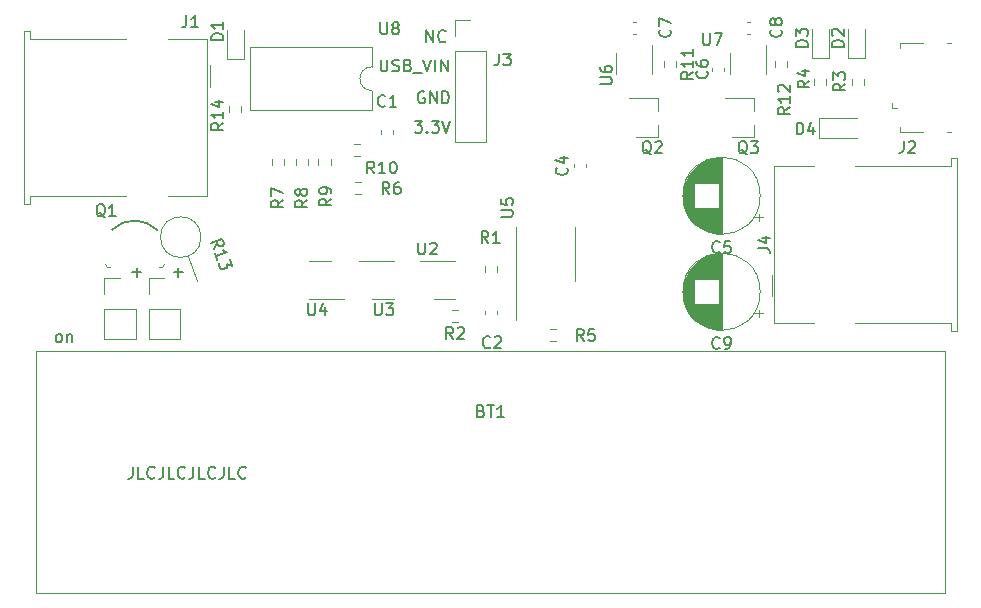
<source format=gbr>
%TF.GenerationSoftware,KiCad,Pcbnew,(5.1.9)-1*%
%TF.CreationDate,2021-05-12T15:20:05-07:00*%
%TF.ProjectId,vive_ups,76697665-5f75-4707-932e-6b696361645f,rev?*%
%TF.SameCoordinates,Original*%
%TF.FileFunction,Legend,Top*%
%TF.FilePolarity,Positive*%
%FSLAX46Y46*%
G04 Gerber Fmt 4.6, Leading zero omitted, Abs format (unit mm)*
G04 Created by KiCad (PCBNEW (5.1.9)-1) date 2021-05-12 15:20:05*
%MOMM*%
%LPD*%
G01*
G04 APERTURE LIST*
%ADD10C,0.150000*%
%ADD11C,0.120000*%
%ADD12C,0.100000*%
G04 APERTURE END LIST*
D10*
X97715485Y-96718380D02*
X97715485Y-95718380D01*
X98286914Y-96718380D01*
X98286914Y-95718380D01*
X99334533Y-96623142D02*
X99286914Y-96670761D01*
X99144057Y-96718380D01*
X99048819Y-96718380D01*
X98905961Y-96670761D01*
X98810723Y-96575523D01*
X98763104Y-96480285D01*
X98715485Y-96289809D01*
X98715485Y-96146952D01*
X98763104Y-95956476D01*
X98810723Y-95861238D01*
X98905961Y-95766000D01*
X99048819Y-95718380D01*
X99144057Y-95718380D01*
X99286914Y-95766000D01*
X99334533Y-95813619D01*
X93839066Y-98207580D02*
X93839066Y-99017104D01*
X93886685Y-99112342D01*
X93934304Y-99159961D01*
X94029542Y-99207580D01*
X94220019Y-99207580D01*
X94315257Y-99159961D01*
X94362876Y-99112342D01*
X94410495Y-99017104D01*
X94410495Y-98207580D01*
X94839066Y-99159961D02*
X94981923Y-99207580D01*
X95220019Y-99207580D01*
X95315257Y-99159961D01*
X95362876Y-99112342D01*
X95410495Y-99017104D01*
X95410495Y-98921866D01*
X95362876Y-98826628D01*
X95315257Y-98779009D01*
X95220019Y-98731390D01*
X95029542Y-98683771D01*
X94934304Y-98636152D01*
X94886685Y-98588533D01*
X94839066Y-98493295D01*
X94839066Y-98398057D01*
X94886685Y-98302819D01*
X94934304Y-98255200D01*
X95029542Y-98207580D01*
X95267638Y-98207580D01*
X95410495Y-98255200D01*
X96172400Y-98683771D02*
X96315257Y-98731390D01*
X96362876Y-98779009D01*
X96410495Y-98874247D01*
X96410495Y-99017104D01*
X96362876Y-99112342D01*
X96315257Y-99159961D01*
X96220019Y-99207580D01*
X95839066Y-99207580D01*
X95839066Y-98207580D01*
X96172400Y-98207580D01*
X96267638Y-98255200D01*
X96315257Y-98302819D01*
X96362876Y-98398057D01*
X96362876Y-98493295D01*
X96315257Y-98588533D01*
X96267638Y-98636152D01*
X96172400Y-98683771D01*
X95839066Y-98683771D01*
X96600971Y-99302819D02*
X97362876Y-99302819D01*
X97458114Y-98207580D02*
X97791447Y-99207580D01*
X98124780Y-98207580D01*
X98458114Y-99207580D02*
X98458114Y-98207580D01*
X98934304Y-99207580D02*
X98934304Y-98207580D01*
X99505733Y-99207580D01*
X99505733Y-98207580D01*
X97536095Y-100947600D02*
X97440857Y-100899980D01*
X97298000Y-100899980D01*
X97155142Y-100947600D01*
X97059904Y-101042838D01*
X97012285Y-101138076D01*
X96964666Y-101328552D01*
X96964666Y-101471409D01*
X97012285Y-101661885D01*
X97059904Y-101757123D01*
X97155142Y-101852361D01*
X97298000Y-101899980D01*
X97393238Y-101899980D01*
X97536095Y-101852361D01*
X97583714Y-101804742D01*
X97583714Y-101471409D01*
X97393238Y-101471409D01*
X98012285Y-101899980D02*
X98012285Y-100899980D01*
X98583714Y-101899980D01*
X98583714Y-100899980D01*
X99059904Y-101899980D02*
X99059904Y-100899980D01*
X99298000Y-100899980D01*
X99440857Y-100947600D01*
X99536095Y-101042838D01*
X99583714Y-101138076D01*
X99631333Y-101328552D01*
X99631333Y-101471409D01*
X99583714Y-101661885D01*
X99536095Y-101757123D01*
X99440857Y-101852361D01*
X99298000Y-101899980D01*
X99059904Y-101899980D01*
X96720209Y-103389180D02*
X97339257Y-103389180D01*
X97005923Y-103770133D01*
X97148780Y-103770133D01*
X97244019Y-103817752D01*
X97291638Y-103865371D01*
X97339257Y-103960609D01*
X97339257Y-104198704D01*
X97291638Y-104293942D01*
X97244019Y-104341561D01*
X97148780Y-104389180D01*
X96863066Y-104389180D01*
X96767828Y-104341561D01*
X96720209Y-104293942D01*
X97767828Y-104293942D02*
X97815447Y-104341561D01*
X97767828Y-104389180D01*
X97720209Y-104341561D01*
X97767828Y-104293942D01*
X97767828Y-104389180D01*
X98148780Y-103389180D02*
X98767828Y-103389180D01*
X98434495Y-103770133D01*
X98577352Y-103770133D01*
X98672590Y-103817752D01*
X98720209Y-103865371D01*
X98767828Y-103960609D01*
X98767828Y-104198704D01*
X98720209Y-104293942D01*
X98672590Y-104341561D01*
X98577352Y-104389180D01*
X98291638Y-104389180D01*
X98196400Y-104341561D01*
X98148780Y-104293942D01*
X99053542Y-103389180D02*
X99386876Y-104389180D01*
X99720209Y-103389180D01*
X72821847Y-116200228D02*
X73583752Y-116200228D01*
X73202800Y-116581180D02*
X73202800Y-115819276D01*
X76327047Y-116200228D02*
X77088952Y-116200228D01*
X76708000Y-116581180D02*
X76708000Y-115819276D01*
X66532190Y-122118380D02*
X66436952Y-122070761D01*
X66389333Y-122023142D01*
X66341714Y-121927904D01*
X66341714Y-121642190D01*
X66389333Y-121546952D01*
X66436952Y-121499333D01*
X66532190Y-121451714D01*
X66675047Y-121451714D01*
X66770285Y-121499333D01*
X66817904Y-121546952D01*
X66865523Y-121642190D01*
X66865523Y-121927904D01*
X66817904Y-122023142D01*
X66770285Y-122070761D01*
X66675047Y-122118380D01*
X66532190Y-122118380D01*
X67294095Y-121451714D02*
X67294095Y-122118380D01*
X67294095Y-121546952D02*
X67341714Y-121499333D01*
X67436952Y-121451714D01*
X67579809Y-121451714D01*
X67675047Y-121499333D01*
X67722666Y-121594571D01*
X67722666Y-122118380D01*
X72850952Y-132675380D02*
X72850952Y-133389666D01*
X72803333Y-133532523D01*
X72708095Y-133627761D01*
X72565238Y-133675380D01*
X72470000Y-133675380D01*
X73803333Y-133675380D02*
X73327142Y-133675380D01*
X73327142Y-132675380D01*
X74708095Y-133580142D02*
X74660476Y-133627761D01*
X74517619Y-133675380D01*
X74422380Y-133675380D01*
X74279523Y-133627761D01*
X74184285Y-133532523D01*
X74136666Y-133437285D01*
X74089047Y-133246809D01*
X74089047Y-133103952D01*
X74136666Y-132913476D01*
X74184285Y-132818238D01*
X74279523Y-132723000D01*
X74422380Y-132675380D01*
X74517619Y-132675380D01*
X74660476Y-132723000D01*
X74708095Y-132770619D01*
X75422380Y-132675380D02*
X75422380Y-133389666D01*
X75374761Y-133532523D01*
X75279523Y-133627761D01*
X75136666Y-133675380D01*
X75041428Y-133675380D01*
X76374761Y-133675380D02*
X75898571Y-133675380D01*
X75898571Y-132675380D01*
X77279523Y-133580142D02*
X77231904Y-133627761D01*
X77089047Y-133675380D01*
X76993809Y-133675380D01*
X76850952Y-133627761D01*
X76755714Y-133532523D01*
X76708095Y-133437285D01*
X76660476Y-133246809D01*
X76660476Y-133103952D01*
X76708095Y-132913476D01*
X76755714Y-132818238D01*
X76850952Y-132723000D01*
X76993809Y-132675380D01*
X77089047Y-132675380D01*
X77231904Y-132723000D01*
X77279523Y-132770619D01*
X77993809Y-132675380D02*
X77993809Y-133389666D01*
X77946190Y-133532523D01*
X77850952Y-133627761D01*
X77708095Y-133675380D01*
X77612857Y-133675380D01*
X78946190Y-133675380D02*
X78470000Y-133675380D01*
X78470000Y-132675380D01*
X79850952Y-133580142D02*
X79803333Y-133627761D01*
X79660476Y-133675380D01*
X79565238Y-133675380D01*
X79422380Y-133627761D01*
X79327142Y-133532523D01*
X79279523Y-133437285D01*
X79231904Y-133246809D01*
X79231904Y-133103952D01*
X79279523Y-132913476D01*
X79327142Y-132818238D01*
X79422380Y-132723000D01*
X79565238Y-132675380D01*
X79660476Y-132675380D01*
X79803333Y-132723000D01*
X79850952Y-132770619D01*
X80565238Y-132675380D02*
X80565238Y-133389666D01*
X80517619Y-133532523D01*
X80422380Y-133627761D01*
X80279523Y-133675380D01*
X80184285Y-133675380D01*
X81517619Y-133675380D02*
X81041428Y-133675380D01*
X81041428Y-132675380D01*
X82422380Y-133580142D02*
X82374761Y-133627761D01*
X82231904Y-133675380D01*
X82136666Y-133675380D01*
X81993809Y-133627761D01*
X81898571Y-133532523D01*
X81850952Y-133437285D01*
X81803333Y-133246809D01*
X81803333Y-133103952D01*
X81850952Y-132913476D01*
X81898571Y-132818238D01*
X81993809Y-132723000D01*
X82136666Y-132675380D01*
X82231904Y-132675380D01*
X82374761Y-132723000D01*
X82422380Y-132770619D01*
D11*
%TO.C,R13*%
X78631200Y-113233200D02*
G75*
G03*
X78631200Y-113233200I-1720000J0D01*
G01*
X77499475Y-114849471D02*
X78272440Y-116973177D01*
%TO.C,C1*%
X93876400Y-104489467D02*
X93876400Y-104196933D01*
X94896400Y-104489467D02*
X94896400Y-104196933D01*
%TO.C,J3*%
X100117600Y-105165200D02*
X102777600Y-105165200D01*
X100117600Y-97485200D02*
X100117600Y-105165200D01*
X102777600Y-97485200D02*
X102777600Y-105165200D01*
X100117600Y-97485200D02*
X102777600Y-97485200D01*
X100117600Y-96215200D02*
X100117600Y-94885200D01*
X100117600Y-94885200D02*
X101447600Y-94885200D01*
%TO.C,BZ2*%
X70450400Y-121878400D02*
X73110400Y-121878400D01*
X70450400Y-119278400D02*
X70450400Y-121878400D01*
X73110400Y-119278400D02*
X73110400Y-121878400D01*
X70450400Y-119278400D02*
X73110400Y-119278400D01*
X70450400Y-118008400D02*
X70450400Y-116678400D01*
X70450400Y-116678400D02*
X71780400Y-116678400D01*
%TO.C,R14*%
X82056500Y-102107276D02*
X82056500Y-102616724D01*
X81011500Y-102107276D02*
X81011500Y-102616724D01*
%TO.C,D4*%
X130992800Y-103137600D02*
X130992800Y-104837600D01*
X130992800Y-104837600D02*
X134142800Y-104837600D01*
X130992800Y-103137600D02*
X134142800Y-103137600D01*
%TO.C,D1*%
X80799000Y-95720000D02*
X80799000Y-98180000D01*
X80799000Y-98180000D02*
X82269000Y-98180000D01*
X82269000Y-98180000D02*
X82269000Y-95720000D01*
%TO.C,U5*%
X110338000Y-114681000D02*
X110338000Y-112396000D01*
X110338000Y-114681000D02*
X110338000Y-116966000D01*
X105308000Y-114681000D02*
X105308000Y-112396000D01*
X105308000Y-114681000D02*
X105308000Y-120256000D01*
%TO.C,C5*%
X125972000Y-109728000D02*
G75*
G03*
X125972000Y-109728000I-3270000J0D01*
G01*
X122702000Y-112958000D02*
X122702000Y-106498000D01*
X122662000Y-112958000D02*
X122662000Y-106498000D01*
X122622000Y-112958000D02*
X122622000Y-106498000D01*
X122582000Y-112956000D02*
X122582000Y-106500000D01*
X122542000Y-112955000D02*
X122542000Y-106501000D01*
X122502000Y-112952000D02*
X122502000Y-106504000D01*
X122462000Y-112950000D02*
X122462000Y-110768000D01*
X122462000Y-108688000D02*
X122462000Y-106506000D01*
X122422000Y-112946000D02*
X122422000Y-110768000D01*
X122422000Y-108688000D02*
X122422000Y-106510000D01*
X122382000Y-112943000D02*
X122382000Y-110768000D01*
X122382000Y-108688000D02*
X122382000Y-106513000D01*
X122342000Y-112939000D02*
X122342000Y-110768000D01*
X122342000Y-108688000D02*
X122342000Y-106517000D01*
X122302000Y-112934000D02*
X122302000Y-110768000D01*
X122302000Y-108688000D02*
X122302000Y-106522000D01*
X122262000Y-112929000D02*
X122262000Y-110768000D01*
X122262000Y-108688000D02*
X122262000Y-106527000D01*
X122222000Y-112923000D02*
X122222000Y-110768000D01*
X122222000Y-108688000D02*
X122222000Y-106533000D01*
X122182000Y-112917000D02*
X122182000Y-110768000D01*
X122182000Y-108688000D02*
X122182000Y-106539000D01*
X122142000Y-112910000D02*
X122142000Y-110768000D01*
X122142000Y-108688000D02*
X122142000Y-106546000D01*
X122102000Y-112903000D02*
X122102000Y-110768000D01*
X122102000Y-108688000D02*
X122102000Y-106553000D01*
X122062000Y-112895000D02*
X122062000Y-110768000D01*
X122062000Y-108688000D02*
X122062000Y-106561000D01*
X122022000Y-112887000D02*
X122022000Y-110768000D01*
X122022000Y-108688000D02*
X122022000Y-106569000D01*
X121981000Y-112878000D02*
X121981000Y-110768000D01*
X121981000Y-108688000D02*
X121981000Y-106578000D01*
X121941000Y-112869000D02*
X121941000Y-110768000D01*
X121941000Y-108688000D02*
X121941000Y-106587000D01*
X121901000Y-112859000D02*
X121901000Y-110768000D01*
X121901000Y-108688000D02*
X121901000Y-106597000D01*
X121861000Y-112849000D02*
X121861000Y-110768000D01*
X121861000Y-108688000D02*
X121861000Y-106607000D01*
X121821000Y-112838000D02*
X121821000Y-110768000D01*
X121821000Y-108688000D02*
X121821000Y-106618000D01*
X121781000Y-112826000D02*
X121781000Y-110768000D01*
X121781000Y-108688000D02*
X121781000Y-106630000D01*
X121741000Y-112814000D02*
X121741000Y-110768000D01*
X121741000Y-108688000D02*
X121741000Y-106642000D01*
X121701000Y-112802000D02*
X121701000Y-110768000D01*
X121701000Y-108688000D02*
X121701000Y-106654000D01*
X121661000Y-112789000D02*
X121661000Y-110768000D01*
X121661000Y-108688000D02*
X121661000Y-106667000D01*
X121621000Y-112775000D02*
X121621000Y-110768000D01*
X121621000Y-108688000D02*
X121621000Y-106681000D01*
X121581000Y-112761000D02*
X121581000Y-110768000D01*
X121581000Y-108688000D02*
X121581000Y-106695000D01*
X121541000Y-112746000D02*
X121541000Y-110768000D01*
X121541000Y-108688000D02*
X121541000Y-106710000D01*
X121501000Y-112730000D02*
X121501000Y-110768000D01*
X121501000Y-108688000D02*
X121501000Y-106726000D01*
X121461000Y-112714000D02*
X121461000Y-110768000D01*
X121461000Y-108688000D02*
X121461000Y-106742000D01*
X121421000Y-112698000D02*
X121421000Y-110768000D01*
X121421000Y-108688000D02*
X121421000Y-106758000D01*
X121381000Y-112680000D02*
X121381000Y-110768000D01*
X121381000Y-108688000D02*
X121381000Y-106776000D01*
X121341000Y-112662000D02*
X121341000Y-110768000D01*
X121341000Y-108688000D02*
X121341000Y-106794000D01*
X121301000Y-112644000D02*
X121301000Y-110768000D01*
X121301000Y-108688000D02*
X121301000Y-106812000D01*
X121261000Y-112624000D02*
X121261000Y-110768000D01*
X121261000Y-108688000D02*
X121261000Y-106832000D01*
X121221000Y-112604000D02*
X121221000Y-110768000D01*
X121221000Y-108688000D02*
X121221000Y-106852000D01*
X121181000Y-112584000D02*
X121181000Y-110768000D01*
X121181000Y-108688000D02*
X121181000Y-106872000D01*
X121141000Y-112562000D02*
X121141000Y-110768000D01*
X121141000Y-108688000D02*
X121141000Y-106894000D01*
X121101000Y-112540000D02*
X121101000Y-110768000D01*
X121101000Y-108688000D02*
X121101000Y-106916000D01*
X121061000Y-112518000D02*
X121061000Y-110768000D01*
X121061000Y-108688000D02*
X121061000Y-106938000D01*
X121021000Y-112494000D02*
X121021000Y-110768000D01*
X121021000Y-108688000D02*
X121021000Y-106962000D01*
X120981000Y-112470000D02*
X120981000Y-110768000D01*
X120981000Y-108688000D02*
X120981000Y-106986000D01*
X120941000Y-112444000D02*
X120941000Y-110768000D01*
X120941000Y-108688000D02*
X120941000Y-107012000D01*
X120901000Y-112418000D02*
X120901000Y-110768000D01*
X120901000Y-108688000D02*
X120901000Y-107038000D01*
X120861000Y-112392000D02*
X120861000Y-110768000D01*
X120861000Y-108688000D02*
X120861000Y-107064000D01*
X120821000Y-112364000D02*
X120821000Y-110768000D01*
X120821000Y-108688000D02*
X120821000Y-107092000D01*
X120781000Y-112335000D02*
X120781000Y-110768000D01*
X120781000Y-108688000D02*
X120781000Y-107121000D01*
X120741000Y-112306000D02*
X120741000Y-110768000D01*
X120741000Y-108688000D02*
X120741000Y-107150000D01*
X120701000Y-112276000D02*
X120701000Y-110768000D01*
X120701000Y-108688000D02*
X120701000Y-107180000D01*
X120661000Y-112244000D02*
X120661000Y-110768000D01*
X120661000Y-108688000D02*
X120661000Y-107212000D01*
X120621000Y-112212000D02*
X120621000Y-110768000D01*
X120621000Y-108688000D02*
X120621000Y-107244000D01*
X120581000Y-112178000D02*
X120581000Y-110768000D01*
X120581000Y-108688000D02*
X120581000Y-107278000D01*
X120541000Y-112144000D02*
X120541000Y-110768000D01*
X120541000Y-108688000D02*
X120541000Y-107312000D01*
X120501000Y-112108000D02*
X120501000Y-110768000D01*
X120501000Y-108688000D02*
X120501000Y-107348000D01*
X120461000Y-112071000D02*
X120461000Y-110768000D01*
X120461000Y-108688000D02*
X120461000Y-107385000D01*
X120421000Y-112033000D02*
X120421000Y-110768000D01*
X120421000Y-108688000D02*
X120421000Y-107423000D01*
X120381000Y-111993000D02*
X120381000Y-107463000D01*
X120341000Y-111952000D02*
X120341000Y-107504000D01*
X120301000Y-111910000D02*
X120301000Y-107546000D01*
X120261000Y-111865000D02*
X120261000Y-107591000D01*
X120221000Y-111820000D02*
X120221000Y-107636000D01*
X120181000Y-111772000D02*
X120181000Y-107684000D01*
X120141000Y-111723000D02*
X120141000Y-107733000D01*
X120101000Y-111672000D02*
X120101000Y-107784000D01*
X120061000Y-111618000D02*
X120061000Y-107838000D01*
X120021000Y-111562000D02*
X120021000Y-107894000D01*
X119981000Y-111504000D02*
X119981000Y-107952000D01*
X119941000Y-111442000D02*
X119941000Y-108014000D01*
X119901000Y-111378000D02*
X119901000Y-108078000D01*
X119861000Y-111309000D02*
X119861000Y-108147000D01*
X119821000Y-111237000D02*
X119821000Y-108219000D01*
X119781000Y-111160000D02*
X119781000Y-108296000D01*
X119741000Y-111078000D02*
X119741000Y-108378000D01*
X119701000Y-110990000D02*
X119701000Y-108466000D01*
X119661000Y-110893000D02*
X119661000Y-108563000D01*
X119621000Y-110787000D02*
X119621000Y-108669000D01*
X119581000Y-110668000D02*
X119581000Y-108788000D01*
X119541000Y-110530000D02*
X119541000Y-108926000D01*
X119501000Y-110361000D02*
X119501000Y-109095000D01*
X119461000Y-110130000D02*
X119461000Y-109326000D01*
X126202241Y-111567000D02*
X125572241Y-111567000D01*
X125887241Y-111882000D02*
X125887241Y-111252000D01*
%TO.C,BZ1*%
X74209600Y-121878400D02*
X76869600Y-121878400D01*
X74209600Y-119278400D02*
X74209600Y-121878400D01*
X76869600Y-119278400D02*
X76869600Y-121878400D01*
X74209600Y-119278400D02*
X76869600Y-119278400D01*
X74209600Y-118008400D02*
X74209600Y-116678400D01*
X74209600Y-116678400D02*
X75539600Y-116678400D01*
%TO.C,R10*%
X91553576Y-105344700D02*
X92063024Y-105344700D01*
X91553576Y-106389700D02*
X92063024Y-106389700D01*
%TO.C,J2*%
X137581400Y-102318600D02*
X137131400Y-102318600D01*
X137131400Y-101868600D02*
X137131400Y-102318600D01*
X137811400Y-104318600D02*
X137811400Y-103898600D01*
X139791400Y-104318600D02*
X137811400Y-104318600D01*
X142161400Y-104318600D02*
X141761400Y-104318600D01*
X141761400Y-96798600D02*
X142161400Y-96798600D01*
X137811400Y-96798600D02*
X137811400Y-97218600D01*
X139791400Y-96798600D02*
X137811400Y-96798600D01*
%TO.C,BT1*%
X141624000Y-122846000D02*
X141624000Y-143346000D01*
X64624000Y-122846000D02*
X64624000Y-143346000D01*
X141624000Y-122846000D02*
X64624000Y-122846000D01*
X64624000Y-143346000D02*
X141624000Y-143346000D01*
%TO.C,C9*%
X125887241Y-120010000D02*
X125887241Y-119380000D01*
X126202241Y-119695000D02*
X125572241Y-119695000D01*
X119461000Y-118258000D02*
X119461000Y-117454000D01*
X119501000Y-118489000D02*
X119501000Y-117223000D01*
X119541000Y-118658000D02*
X119541000Y-117054000D01*
X119581000Y-118796000D02*
X119581000Y-116916000D01*
X119621000Y-118915000D02*
X119621000Y-116797000D01*
X119661000Y-119021000D02*
X119661000Y-116691000D01*
X119701000Y-119118000D02*
X119701000Y-116594000D01*
X119741000Y-119206000D02*
X119741000Y-116506000D01*
X119781000Y-119288000D02*
X119781000Y-116424000D01*
X119821000Y-119365000D02*
X119821000Y-116347000D01*
X119861000Y-119437000D02*
X119861000Y-116275000D01*
X119901000Y-119506000D02*
X119901000Y-116206000D01*
X119941000Y-119570000D02*
X119941000Y-116142000D01*
X119981000Y-119632000D02*
X119981000Y-116080000D01*
X120021000Y-119690000D02*
X120021000Y-116022000D01*
X120061000Y-119746000D02*
X120061000Y-115966000D01*
X120101000Y-119800000D02*
X120101000Y-115912000D01*
X120141000Y-119851000D02*
X120141000Y-115861000D01*
X120181000Y-119900000D02*
X120181000Y-115812000D01*
X120221000Y-119948000D02*
X120221000Y-115764000D01*
X120261000Y-119993000D02*
X120261000Y-115719000D01*
X120301000Y-120038000D02*
X120301000Y-115674000D01*
X120341000Y-120080000D02*
X120341000Y-115632000D01*
X120381000Y-120121000D02*
X120381000Y-115591000D01*
X120421000Y-116816000D02*
X120421000Y-115551000D01*
X120421000Y-120161000D02*
X120421000Y-118896000D01*
X120461000Y-116816000D02*
X120461000Y-115513000D01*
X120461000Y-120199000D02*
X120461000Y-118896000D01*
X120501000Y-116816000D02*
X120501000Y-115476000D01*
X120501000Y-120236000D02*
X120501000Y-118896000D01*
X120541000Y-116816000D02*
X120541000Y-115440000D01*
X120541000Y-120272000D02*
X120541000Y-118896000D01*
X120581000Y-116816000D02*
X120581000Y-115406000D01*
X120581000Y-120306000D02*
X120581000Y-118896000D01*
X120621000Y-116816000D02*
X120621000Y-115372000D01*
X120621000Y-120340000D02*
X120621000Y-118896000D01*
X120661000Y-116816000D02*
X120661000Y-115340000D01*
X120661000Y-120372000D02*
X120661000Y-118896000D01*
X120701000Y-116816000D02*
X120701000Y-115308000D01*
X120701000Y-120404000D02*
X120701000Y-118896000D01*
X120741000Y-116816000D02*
X120741000Y-115278000D01*
X120741000Y-120434000D02*
X120741000Y-118896000D01*
X120781000Y-116816000D02*
X120781000Y-115249000D01*
X120781000Y-120463000D02*
X120781000Y-118896000D01*
X120821000Y-116816000D02*
X120821000Y-115220000D01*
X120821000Y-120492000D02*
X120821000Y-118896000D01*
X120861000Y-116816000D02*
X120861000Y-115192000D01*
X120861000Y-120520000D02*
X120861000Y-118896000D01*
X120901000Y-116816000D02*
X120901000Y-115166000D01*
X120901000Y-120546000D02*
X120901000Y-118896000D01*
X120941000Y-116816000D02*
X120941000Y-115140000D01*
X120941000Y-120572000D02*
X120941000Y-118896000D01*
X120981000Y-116816000D02*
X120981000Y-115114000D01*
X120981000Y-120598000D02*
X120981000Y-118896000D01*
X121021000Y-116816000D02*
X121021000Y-115090000D01*
X121021000Y-120622000D02*
X121021000Y-118896000D01*
X121061000Y-116816000D02*
X121061000Y-115066000D01*
X121061000Y-120646000D02*
X121061000Y-118896000D01*
X121101000Y-116816000D02*
X121101000Y-115044000D01*
X121101000Y-120668000D02*
X121101000Y-118896000D01*
X121141000Y-116816000D02*
X121141000Y-115022000D01*
X121141000Y-120690000D02*
X121141000Y-118896000D01*
X121181000Y-116816000D02*
X121181000Y-115000000D01*
X121181000Y-120712000D02*
X121181000Y-118896000D01*
X121221000Y-116816000D02*
X121221000Y-114980000D01*
X121221000Y-120732000D02*
X121221000Y-118896000D01*
X121261000Y-116816000D02*
X121261000Y-114960000D01*
X121261000Y-120752000D02*
X121261000Y-118896000D01*
X121301000Y-116816000D02*
X121301000Y-114940000D01*
X121301000Y-120772000D02*
X121301000Y-118896000D01*
X121341000Y-116816000D02*
X121341000Y-114922000D01*
X121341000Y-120790000D02*
X121341000Y-118896000D01*
X121381000Y-116816000D02*
X121381000Y-114904000D01*
X121381000Y-120808000D02*
X121381000Y-118896000D01*
X121421000Y-116816000D02*
X121421000Y-114886000D01*
X121421000Y-120826000D02*
X121421000Y-118896000D01*
X121461000Y-116816000D02*
X121461000Y-114870000D01*
X121461000Y-120842000D02*
X121461000Y-118896000D01*
X121501000Y-116816000D02*
X121501000Y-114854000D01*
X121501000Y-120858000D02*
X121501000Y-118896000D01*
X121541000Y-116816000D02*
X121541000Y-114838000D01*
X121541000Y-120874000D02*
X121541000Y-118896000D01*
X121581000Y-116816000D02*
X121581000Y-114823000D01*
X121581000Y-120889000D02*
X121581000Y-118896000D01*
X121621000Y-116816000D02*
X121621000Y-114809000D01*
X121621000Y-120903000D02*
X121621000Y-118896000D01*
X121661000Y-116816000D02*
X121661000Y-114795000D01*
X121661000Y-120917000D02*
X121661000Y-118896000D01*
X121701000Y-116816000D02*
X121701000Y-114782000D01*
X121701000Y-120930000D02*
X121701000Y-118896000D01*
X121741000Y-116816000D02*
X121741000Y-114770000D01*
X121741000Y-120942000D02*
X121741000Y-118896000D01*
X121781000Y-116816000D02*
X121781000Y-114758000D01*
X121781000Y-120954000D02*
X121781000Y-118896000D01*
X121821000Y-116816000D02*
X121821000Y-114746000D01*
X121821000Y-120966000D02*
X121821000Y-118896000D01*
X121861000Y-116816000D02*
X121861000Y-114735000D01*
X121861000Y-120977000D02*
X121861000Y-118896000D01*
X121901000Y-116816000D02*
X121901000Y-114725000D01*
X121901000Y-120987000D02*
X121901000Y-118896000D01*
X121941000Y-116816000D02*
X121941000Y-114715000D01*
X121941000Y-120997000D02*
X121941000Y-118896000D01*
X121981000Y-116816000D02*
X121981000Y-114706000D01*
X121981000Y-121006000D02*
X121981000Y-118896000D01*
X122022000Y-116816000D02*
X122022000Y-114697000D01*
X122022000Y-121015000D02*
X122022000Y-118896000D01*
X122062000Y-116816000D02*
X122062000Y-114689000D01*
X122062000Y-121023000D02*
X122062000Y-118896000D01*
X122102000Y-116816000D02*
X122102000Y-114681000D01*
X122102000Y-121031000D02*
X122102000Y-118896000D01*
X122142000Y-116816000D02*
X122142000Y-114674000D01*
X122142000Y-121038000D02*
X122142000Y-118896000D01*
X122182000Y-116816000D02*
X122182000Y-114667000D01*
X122182000Y-121045000D02*
X122182000Y-118896000D01*
X122222000Y-116816000D02*
X122222000Y-114661000D01*
X122222000Y-121051000D02*
X122222000Y-118896000D01*
X122262000Y-116816000D02*
X122262000Y-114655000D01*
X122262000Y-121057000D02*
X122262000Y-118896000D01*
X122302000Y-116816000D02*
X122302000Y-114650000D01*
X122302000Y-121062000D02*
X122302000Y-118896000D01*
X122342000Y-116816000D02*
X122342000Y-114645000D01*
X122342000Y-121067000D02*
X122342000Y-118896000D01*
X122382000Y-116816000D02*
X122382000Y-114641000D01*
X122382000Y-121071000D02*
X122382000Y-118896000D01*
X122422000Y-116816000D02*
X122422000Y-114638000D01*
X122422000Y-121074000D02*
X122422000Y-118896000D01*
X122462000Y-116816000D02*
X122462000Y-114634000D01*
X122462000Y-121078000D02*
X122462000Y-118896000D01*
X122502000Y-121080000D02*
X122502000Y-114632000D01*
X122542000Y-121083000D02*
X122542000Y-114629000D01*
X122582000Y-121084000D02*
X122582000Y-114628000D01*
X122622000Y-121086000D02*
X122622000Y-114626000D01*
X122662000Y-121086000D02*
X122662000Y-114626000D01*
X122702000Y-121086000D02*
X122702000Y-114626000D01*
X125972000Y-117856000D02*
G75*
G03*
X125972000Y-117856000I-3270000J0D01*
G01*
%TO.C,U2*%
X100150500Y-115230000D02*
X97200500Y-115230000D01*
X98350500Y-118450000D02*
X100150500Y-118450000D01*
%TO.C,R5*%
X108203276Y-122061500D02*
X108712724Y-122061500D01*
X108203276Y-121016500D02*
X108712724Y-121016500D01*
%TO.C,R4*%
X131586500Y-100330724D02*
X131586500Y-99821276D01*
X130541500Y-100330724D02*
X130541500Y-99821276D01*
%TO.C,R3*%
X133716500Y-99821276D02*
X133716500Y-100330724D01*
X134761500Y-99821276D02*
X134761500Y-100330724D01*
%TO.C,D3*%
X131799000Y-98039000D02*
X131799000Y-95579000D01*
X130329000Y-98039000D02*
X131799000Y-98039000D01*
X130329000Y-95579000D02*
X130329000Y-98039000D01*
%TO.C,D2*%
X134847000Y-98039000D02*
X134847000Y-95579000D01*
X133377000Y-98039000D02*
X134847000Y-98039000D01*
X133377000Y-95579000D02*
X133377000Y-98039000D01*
%TO.C,C4*%
X111254000Y-107334267D02*
X111254000Y-107041733D01*
X110234000Y-107334267D02*
X110234000Y-107041733D01*
%TO.C,U3*%
X93143500Y-118450000D02*
X94943500Y-118450000D01*
X94943500Y-115230000D02*
X91993500Y-115230000D01*
%TO.C,J4*%
X142120000Y-120508000D02*
X134010000Y-120508000D01*
X142120000Y-120508000D02*
X142120000Y-121158000D01*
X127160000Y-120508000D02*
X127160000Y-107188000D01*
X127160000Y-120508000D02*
X130490000Y-120508000D01*
X127160000Y-107188000D02*
X130490000Y-107188000D01*
X142640000Y-106538000D02*
X142120000Y-106538000D01*
X142640000Y-121158000D02*
X142640000Y-106538000D01*
X134010000Y-107188000D02*
X142120000Y-107188000D01*
X142120000Y-121158000D02*
X142640000Y-121158000D01*
X142120000Y-106538000D02*
X142120000Y-107188000D01*
X126940000Y-118248000D02*
X126940000Y-116448000D01*
%TO.C,J1*%
X64171000Y-96430000D02*
X72281000Y-96430000D01*
X64171000Y-96430000D02*
X64171000Y-95780000D01*
X79131000Y-96430000D02*
X79131000Y-109750000D01*
X79131000Y-96430000D02*
X75801000Y-96430000D01*
X79131000Y-109750000D02*
X75801000Y-109750000D01*
X63651000Y-110400000D02*
X64171000Y-110400000D01*
X63651000Y-95780000D02*
X63651000Y-110400000D01*
X72281000Y-109750000D02*
X64171000Y-109750000D01*
X64171000Y-95780000D02*
X63651000Y-95780000D01*
X64171000Y-110400000D02*
X64171000Y-109750000D01*
X79351000Y-98690000D02*
X79351000Y-100490000D01*
%TO.C,U8*%
X93087500Y-98822000D02*
X93087500Y-97172000D01*
X93087500Y-97172000D02*
X82807500Y-97172000D01*
X82807500Y-97172000D02*
X82807500Y-102472000D01*
X82807500Y-102472000D02*
X93087500Y-102472000D01*
X93087500Y-102472000D02*
X93087500Y-100822000D01*
X93087500Y-100822000D02*
G75*
G02*
X93087500Y-98822000I0J1000000D01*
G01*
%TO.C,U7*%
X123408000Y-97672000D02*
X123408000Y-99432000D01*
X126478000Y-99432000D02*
X126478000Y-97002000D01*
%TO.C,U6*%
X113756000Y-97672000D02*
X113756000Y-99432000D01*
X116826000Y-99432000D02*
X116826000Y-97002000D01*
%TO.C,U4*%
X89609500Y-115230000D02*
X87809500Y-115230000D01*
X87809500Y-118450000D02*
X90759500Y-118450000D01*
%TO.C,R12*%
X127239500Y-98806724D02*
X127239500Y-98297276D01*
X128284500Y-98806724D02*
X128284500Y-98297276D01*
%TO.C,R11*%
X117841500Y-98806724D02*
X117841500Y-98297276D01*
X118886500Y-98806724D02*
X118886500Y-98297276D01*
%TO.C,R9*%
X89600300Y-106628476D02*
X89600300Y-107137924D01*
X88555300Y-106628476D02*
X88555300Y-107137924D01*
%TO.C,R8*%
X87695300Y-106628476D02*
X87695300Y-107137924D01*
X86650300Y-106628476D02*
X86650300Y-107137924D01*
%TO.C,R7*%
X84618300Y-107137924D02*
X84618300Y-106628476D01*
X85663300Y-107137924D02*
X85663300Y-106628476D01*
%TO.C,R6*%
X92202724Y-109590100D02*
X91693276Y-109590100D01*
X92202724Y-108545100D02*
X91693276Y-108545100D01*
%TO.C,R2*%
X99884776Y-119365500D02*
X100394224Y-119365500D01*
X99884776Y-120410500D02*
X100394224Y-120410500D01*
%TO.C,R1*%
X103710000Y-115672776D02*
X103710000Y-116182224D01*
X102665000Y-115672776D02*
X102665000Y-116182224D01*
D12*
%TO.C,Q1*%
X75349600Y-115798400D02*
X75499600Y-115498400D01*
X75349600Y-115798400D02*
X75049600Y-115798400D01*
X70949600Y-115798400D02*
X70649600Y-115798400D01*
X70649600Y-115798400D02*
X70499600Y-115498400D01*
D10*
X74949600Y-112648400D02*
G75*
G03*
X71099600Y-112598400I-1950000J-1900000D01*
G01*
D11*
%TO.C,Q3*%
X123010000Y-101474000D02*
X125410000Y-101474000D01*
X125410000Y-101474000D02*
X125410000Y-102524000D01*
X123610000Y-104774000D02*
X125410000Y-104774000D01*
X125410000Y-104774000D02*
X125410000Y-103724000D01*
%TO.C,Q2*%
X114882000Y-101474000D02*
X117282000Y-101474000D01*
X117282000Y-101474000D02*
X117282000Y-102524000D01*
X115482000Y-104774000D02*
X117282000Y-104774000D01*
X117282000Y-104774000D02*
X117282000Y-103724000D01*
%TO.C,C8*%
X125114267Y-96014000D02*
X124821733Y-96014000D01*
X125114267Y-94994000D02*
X124821733Y-94994000D01*
%TO.C,C7*%
X115462267Y-96014000D02*
X115169733Y-96014000D01*
X115462267Y-94994000D02*
X115169733Y-94994000D01*
%TO.C,C6*%
X121918000Y-99206267D02*
X121918000Y-98913733D01*
X122938000Y-99206267D02*
X122938000Y-98913733D01*
%TO.C,C2*%
X103697500Y-119487733D02*
X103697500Y-119780267D01*
X102677500Y-119487733D02*
X102677500Y-119780267D01*
%TO.C,R13*%
D10*
X79690925Y-114240359D02*
X80024391Y-113764261D01*
X79495485Y-113703392D02*
X80435178Y-113361371D01*
X80565471Y-113719350D01*
X80553297Y-113825131D01*
X80524837Y-113886165D01*
X80451629Y-113963485D01*
X80317387Y-114012345D01*
X80211606Y-114000171D01*
X80150572Y-113971711D01*
X80073251Y-113898503D01*
X79942958Y-113540525D01*
X80016659Y-115135304D02*
X79821219Y-114598337D01*
X79918939Y-114866821D02*
X80858631Y-114524800D01*
X80691816Y-114484166D01*
X80569748Y-114427245D01*
X80492428Y-114354037D01*
X81070358Y-115106515D02*
X81282085Y-115688229D01*
X80810100Y-115505292D01*
X80858960Y-115639534D01*
X80846786Y-115745315D01*
X80818326Y-115806349D01*
X80745118Y-115883669D01*
X80521381Y-115965103D01*
X80415600Y-115952929D01*
X80354566Y-115924468D01*
X80277246Y-115851260D01*
X80179526Y-115582777D01*
X80191699Y-115476996D01*
X80220160Y-115415962D01*
%TO.C,C1*%
X94219733Y-102109542D02*
X94172114Y-102157161D01*
X94029257Y-102204780D01*
X93934019Y-102204780D01*
X93791161Y-102157161D01*
X93695923Y-102061923D01*
X93648304Y-101966685D01*
X93600685Y-101776209D01*
X93600685Y-101633352D01*
X93648304Y-101442876D01*
X93695923Y-101347638D01*
X93791161Y-101252400D01*
X93934019Y-101204780D01*
X94029257Y-101204780D01*
X94172114Y-101252400D01*
X94219733Y-101300019D01*
X95172114Y-102204780D02*
X94600685Y-102204780D01*
X94886400Y-102204780D02*
X94886400Y-101204780D01*
X94791161Y-101347638D01*
X94695923Y-101442876D01*
X94600685Y-101490495D01*
%TO.C,J3*%
X103857466Y-97699580D02*
X103857466Y-98413866D01*
X103809847Y-98556723D01*
X103714609Y-98651961D01*
X103571752Y-98699580D01*
X103476514Y-98699580D01*
X104238419Y-97699580D02*
X104857466Y-97699580D01*
X104524133Y-98080533D01*
X104666990Y-98080533D01*
X104762228Y-98128152D01*
X104809847Y-98175771D01*
X104857466Y-98271009D01*
X104857466Y-98509104D01*
X104809847Y-98604342D01*
X104762228Y-98651961D01*
X104666990Y-98699580D01*
X104381276Y-98699580D01*
X104286038Y-98651961D01*
X104238419Y-98604342D01*
%TO.C,R14*%
X80513180Y-103563657D02*
X80036990Y-103896990D01*
X80513180Y-104135085D02*
X79513180Y-104135085D01*
X79513180Y-103754133D01*
X79560800Y-103658895D01*
X79608419Y-103611276D01*
X79703657Y-103563657D01*
X79846514Y-103563657D01*
X79941752Y-103611276D01*
X79989371Y-103658895D01*
X80036990Y-103754133D01*
X80036990Y-104135085D01*
X80513180Y-102611276D02*
X80513180Y-103182704D01*
X80513180Y-102896990D02*
X79513180Y-102896990D01*
X79656038Y-102992228D01*
X79751276Y-103087466D01*
X79798895Y-103182704D01*
X79846514Y-101754133D02*
X80513180Y-101754133D01*
X79465561Y-101992228D02*
X80179847Y-102230323D01*
X80179847Y-101611276D01*
%TO.C,D4*%
X129055904Y-104541580D02*
X129055904Y-103541580D01*
X129294000Y-103541580D01*
X129436857Y-103589200D01*
X129532095Y-103684438D01*
X129579714Y-103779676D01*
X129627333Y-103970152D01*
X129627333Y-104113009D01*
X129579714Y-104303485D01*
X129532095Y-104398723D01*
X129436857Y-104493961D01*
X129294000Y-104541580D01*
X129055904Y-104541580D01*
X130484476Y-103874914D02*
X130484476Y-104541580D01*
X130246380Y-103493961D02*
X130008285Y-104208247D01*
X130627333Y-104208247D01*
%TO.C,D1*%
X80513180Y-96546895D02*
X79513180Y-96546895D01*
X79513180Y-96308800D01*
X79560800Y-96165942D01*
X79656038Y-96070704D01*
X79751276Y-96023085D01*
X79941752Y-95975466D01*
X80084609Y-95975466D01*
X80275085Y-96023085D01*
X80370323Y-96070704D01*
X80465561Y-96165942D01*
X80513180Y-96308800D01*
X80513180Y-96546895D01*
X80513180Y-95023085D02*
X80513180Y-95594514D01*
X80513180Y-95308800D02*
X79513180Y-95308800D01*
X79656038Y-95404038D01*
X79751276Y-95499276D01*
X79798895Y-95594514D01*
%TO.C,U5*%
X104035380Y-111505904D02*
X104844904Y-111505904D01*
X104940142Y-111458285D01*
X104987761Y-111410666D01*
X105035380Y-111315428D01*
X105035380Y-111124952D01*
X104987761Y-111029714D01*
X104940142Y-110982095D01*
X104844904Y-110934476D01*
X104035380Y-110934476D01*
X104035380Y-109982095D02*
X104035380Y-110458285D01*
X104511571Y-110505904D01*
X104463952Y-110458285D01*
X104416333Y-110363047D01*
X104416333Y-110124952D01*
X104463952Y-110029714D01*
X104511571Y-109982095D01*
X104606809Y-109934476D01*
X104844904Y-109934476D01*
X104940142Y-109982095D01*
X104987761Y-110029714D01*
X105035380Y-110124952D01*
X105035380Y-110363047D01*
X104987761Y-110458285D01*
X104940142Y-110505904D01*
%TO.C,C5*%
X122535333Y-114485142D02*
X122487714Y-114532761D01*
X122344857Y-114580380D01*
X122249619Y-114580380D01*
X122106761Y-114532761D01*
X122011523Y-114437523D01*
X121963904Y-114342285D01*
X121916285Y-114151809D01*
X121916285Y-114008952D01*
X121963904Y-113818476D01*
X122011523Y-113723238D01*
X122106761Y-113628000D01*
X122249619Y-113580380D01*
X122344857Y-113580380D01*
X122487714Y-113628000D01*
X122535333Y-113675619D01*
X123440095Y-113580380D02*
X122963904Y-113580380D01*
X122916285Y-114056571D01*
X122963904Y-114008952D01*
X123059142Y-113961333D01*
X123297238Y-113961333D01*
X123392476Y-114008952D01*
X123440095Y-114056571D01*
X123487714Y-114151809D01*
X123487714Y-114389904D01*
X123440095Y-114485142D01*
X123392476Y-114532761D01*
X123297238Y-114580380D01*
X123059142Y-114580380D01*
X122963904Y-114532761D01*
X122916285Y-114485142D01*
%TO.C,R10*%
X93286342Y-107843580D02*
X92953009Y-107367390D01*
X92714914Y-107843580D02*
X92714914Y-106843580D01*
X93095866Y-106843580D01*
X93191104Y-106891200D01*
X93238723Y-106938819D01*
X93286342Y-107034057D01*
X93286342Y-107176914D01*
X93238723Y-107272152D01*
X93191104Y-107319771D01*
X93095866Y-107367390D01*
X92714914Y-107367390D01*
X94238723Y-107843580D02*
X93667295Y-107843580D01*
X93953009Y-107843580D02*
X93953009Y-106843580D01*
X93857771Y-106986438D01*
X93762533Y-107081676D01*
X93667295Y-107129295D01*
X94857771Y-106843580D02*
X94953009Y-106843580D01*
X95048247Y-106891200D01*
X95095866Y-106938819D01*
X95143485Y-107034057D01*
X95191104Y-107224533D01*
X95191104Y-107462628D01*
X95143485Y-107653104D01*
X95095866Y-107748342D01*
X95048247Y-107795961D01*
X94953009Y-107843580D01*
X94857771Y-107843580D01*
X94762533Y-107795961D01*
X94714914Y-107748342D01*
X94667295Y-107653104D01*
X94619676Y-107462628D01*
X94619676Y-107224533D01*
X94667295Y-107034057D01*
X94714914Y-106938819D01*
X94762533Y-106891200D01*
X94857771Y-106843580D01*
%TO.C,J2*%
X138122066Y-105090980D02*
X138122066Y-105805266D01*
X138074447Y-105948123D01*
X137979209Y-106043361D01*
X137836352Y-106090980D01*
X137741114Y-106090980D01*
X138550638Y-105186219D02*
X138598257Y-105138600D01*
X138693495Y-105090980D01*
X138931590Y-105090980D01*
X139026828Y-105138600D01*
X139074447Y-105186219D01*
X139122066Y-105281457D01*
X139122066Y-105376695D01*
X139074447Y-105519552D01*
X138503019Y-106090980D01*
X139122066Y-106090980D01*
%TO.C,BT1*%
X102338285Y-127944571D02*
X102481142Y-127992190D01*
X102528761Y-128039809D01*
X102576380Y-128135047D01*
X102576380Y-128277904D01*
X102528761Y-128373142D01*
X102481142Y-128420761D01*
X102385904Y-128468380D01*
X102004952Y-128468380D01*
X102004952Y-127468380D01*
X102338285Y-127468380D01*
X102433523Y-127516000D01*
X102481142Y-127563619D01*
X102528761Y-127658857D01*
X102528761Y-127754095D01*
X102481142Y-127849333D01*
X102433523Y-127896952D01*
X102338285Y-127944571D01*
X102004952Y-127944571D01*
X102862095Y-127468380D02*
X103433523Y-127468380D01*
X103147809Y-128468380D02*
X103147809Y-127468380D01*
X104290666Y-128468380D02*
X103719238Y-128468380D01*
X104004952Y-128468380D02*
X104004952Y-127468380D01*
X103909714Y-127611238D01*
X103814476Y-127706476D01*
X103719238Y-127754095D01*
%TO.C,C9*%
X122535333Y-122613142D02*
X122487714Y-122660761D01*
X122344857Y-122708380D01*
X122249619Y-122708380D01*
X122106761Y-122660761D01*
X122011523Y-122565523D01*
X121963904Y-122470285D01*
X121916285Y-122279809D01*
X121916285Y-122136952D01*
X121963904Y-121946476D01*
X122011523Y-121851238D01*
X122106761Y-121756000D01*
X122249619Y-121708380D01*
X122344857Y-121708380D01*
X122487714Y-121756000D01*
X122535333Y-121803619D01*
X123011523Y-122708380D02*
X123202000Y-122708380D01*
X123297238Y-122660761D01*
X123344857Y-122613142D01*
X123440095Y-122470285D01*
X123487714Y-122279809D01*
X123487714Y-121898857D01*
X123440095Y-121803619D01*
X123392476Y-121756000D01*
X123297238Y-121708380D01*
X123106761Y-121708380D01*
X123011523Y-121756000D01*
X122963904Y-121803619D01*
X122916285Y-121898857D01*
X122916285Y-122136952D01*
X122963904Y-122232190D01*
X123011523Y-122279809D01*
X123106761Y-122327428D01*
X123297238Y-122327428D01*
X123392476Y-122279809D01*
X123440095Y-122232190D01*
X123487714Y-122136952D01*
%TO.C,U2*%
X97028095Y-113701580D02*
X97028095Y-114511104D01*
X97075714Y-114606342D01*
X97123333Y-114653961D01*
X97218571Y-114701580D01*
X97409047Y-114701580D01*
X97504285Y-114653961D01*
X97551904Y-114606342D01*
X97599523Y-114511104D01*
X97599523Y-113701580D01*
X98028095Y-113796819D02*
X98075714Y-113749200D01*
X98170952Y-113701580D01*
X98409047Y-113701580D01*
X98504285Y-113749200D01*
X98551904Y-113796819D01*
X98599523Y-113892057D01*
X98599523Y-113987295D01*
X98551904Y-114130152D01*
X97980476Y-114701580D01*
X98599523Y-114701580D01*
%TO.C,R5*%
X111034533Y-122016780D02*
X110701200Y-121540590D01*
X110463104Y-122016780D02*
X110463104Y-121016780D01*
X110844057Y-121016780D01*
X110939295Y-121064400D01*
X110986914Y-121112019D01*
X111034533Y-121207257D01*
X111034533Y-121350114D01*
X110986914Y-121445352D01*
X110939295Y-121492971D01*
X110844057Y-121540590D01*
X110463104Y-121540590D01*
X111939295Y-121016780D02*
X111463104Y-121016780D01*
X111415485Y-121492971D01*
X111463104Y-121445352D01*
X111558342Y-121397733D01*
X111796438Y-121397733D01*
X111891676Y-121445352D01*
X111939295Y-121492971D01*
X111986914Y-121588209D01*
X111986914Y-121826304D01*
X111939295Y-121921542D01*
X111891676Y-121969161D01*
X111796438Y-122016780D01*
X111558342Y-122016780D01*
X111463104Y-121969161D01*
X111415485Y-121921542D01*
%TO.C,R4*%
X130144780Y-99988666D02*
X129668590Y-100322000D01*
X130144780Y-100560095D02*
X129144780Y-100560095D01*
X129144780Y-100179142D01*
X129192400Y-100083904D01*
X129240019Y-100036285D01*
X129335257Y-99988666D01*
X129478114Y-99988666D01*
X129573352Y-100036285D01*
X129620971Y-100083904D01*
X129668590Y-100179142D01*
X129668590Y-100560095D01*
X129478114Y-99131523D02*
X130144780Y-99131523D01*
X129097161Y-99369619D02*
X129811447Y-99607714D01*
X129811447Y-98988666D01*
%TO.C,R3*%
X133167380Y-100242666D02*
X132691190Y-100576000D01*
X133167380Y-100814095D02*
X132167380Y-100814095D01*
X132167380Y-100433142D01*
X132215000Y-100337904D01*
X132262619Y-100290285D01*
X132357857Y-100242666D01*
X132500714Y-100242666D01*
X132595952Y-100290285D01*
X132643571Y-100337904D01*
X132691190Y-100433142D01*
X132691190Y-100814095D01*
X132167380Y-99909333D02*
X132167380Y-99290285D01*
X132548333Y-99623619D01*
X132548333Y-99480761D01*
X132595952Y-99385523D01*
X132643571Y-99337904D01*
X132738809Y-99290285D01*
X132976904Y-99290285D01*
X133072142Y-99337904D01*
X133119761Y-99385523D01*
X133167380Y-99480761D01*
X133167380Y-99766476D01*
X133119761Y-99861714D01*
X133072142Y-99909333D01*
%TO.C,D3*%
X129992380Y-97117095D02*
X128992380Y-97117095D01*
X128992380Y-96879000D01*
X129040000Y-96736142D01*
X129135238Y-96640904D01*
X129230476Y-96593285D01*
X129420952Y-96545666D01*
X129563809Y-96545666D01*
X129754285Y-96593285D01*
X129849523Y-96640904D01*
X129944761Y-96736142D01*
X129992380Y-96879000D01*
X129992380Y-97117095D01*
X128992380Y-96212333D02*
X128992380Y-95593285D01*
X129373333Y-95926619D01*
X129373333Y-95783761D01*
X129420952Y-95688523D01*
X129468571Y-95640904D01*
X129563809Y-95593285D01*
X129801904Y-95593285D01*
X129897142Y-95640904D01*
X129944761Y-95688523D01*
X129992380Y-95783761D01*
X129992380Y-96069476D01*
X129944761Y-96164714D01*
X129897142Y-96212333D01*
%TO.C,D2*%
X133040380Y-97117095D02*
X132040380Y-97117095D01*
X132040380Y-96879000D01*
X132088000Y-96736142D01*
X132183238Y-96640904D01*
X132278476Y-96593285D01*
X132468952Y-96545666D01*
X132611809Y-96545666D01*
X132802285Y-96593285D01*
X132897523Y-96640904D01*
X132992761Y-96736142D01*
X133040380Y-96879000D01*
X133040380Y-97117095D01*
X132135619Y-96164714D02*
X132088000Y-96117095D01*
X132040380Y-96021857D01*
X132040380Y-95783761D01*
X132088000Y-95688523D01*
X132135619Y-95640904D01*
X132230857Y-95593285D01*
X132326095Y-95593285D01*
X132468952Y-95640904D01*
X133040380Y-96212333D01*
X133040380Y-95593285D01*
%TO.C,C4*%
X109577142Y-107354666D02*
X109624761Y-107402285D01*
X109672380Y-107545142D01*
X109672380Y-107640380D01*
X109624761Y-107783238D01*
X109529523Y-107878476D01*
X109434285Y-107926095D01*
X109243809Y-107973714D01*
X109100952Y-107973714D01*
X108910476Y-107926095D01*
X108815238Y-107878476D01*
X108720000Y-107783238D01*
X108672380Y-107640380D01*
X108672380Y-107545142D01*
X108720000Y-107402285D01*
X108767619Y-107354666D01*
X109005714Y-106497523D02*
X109672380Y-106497523D01*
X108624761Y-106735619D02*
X109339047Y-106973714D01*
X109339047Y-106354666D01*
%TO.C,U3*%
X93345095Y-118832380D02*
X93345095Y-119641904D01*
X93392714Y-119737142D01*
X93440333Y-119784761D01*
X93535571Y-119832380D01*
X93726047Y-119832380D01*
X93821285Y-119784761D01*
X93868904Y-119737142D01*
X93916523Y-119641904D01*
X93916523Y-118832380D01*
X94297476Y-118832380D02*
X94916523Y-118832380D01*
X94583190Y-119213333D01*
X94726047Y-119213333D01*
X94821285Y-119260952D01*
X94868904Y-119308571D01*
X94916523Y-119403809D01*
X94916523Y-119641904D01*
X94868904Y-119737142D01*
X94821285Y-119784761D01*
X94726047Y-119832380D01*
X94440333Y-119832380D01*
X94345095Y-119784761D01*
X94297476Y-119737142D01*
%TO.C,J4*%
X125802380Y-114181333D02*
X126516666Y-114181333D01*
X126659523Y-114228952D01*
X126754761Y-114324190D01*
X126802380Y-114467047D01*
X126802380Y-114562285D01*
X126135714Y-113276571D02*
X126802380Y-113276571D01*
X125754761Y-113514666D02*
X126469047Y-113752761D01*
X126469047Y-113133714D01*
%TO.C,J1*%
X77390666Y-94448380D02*
X77390666Y-95162666D01*
X77343047Y-95305523D01*
X77247809Y-95400761D01*
X77104952Y-95448380D01*
X77009714Y-95448380D01*
X78390666Y-95448380D02*
X77819238Y-95448380D01*
X78104952Y-95448380D02*
X78104952Y-94448380D01*
X78009714Y-94591238D01*
X77914476Y-94686476D01*
X77819238Y-94734095D01*
%TO.C,U8*%
X93827695Y-95057980D02*
X93827695Y-95867504D01*
X93875314Y-95962742D01*
X93922933Y-96010361D01*
X94018171Y-96057980D01*
X94208647Y-96057980D01*
X94303885Y-96010361D01*
X94351504Y-95962742D01*
X94399123Y-95867504D01*
X94399123Y-95057980D01*
X95018171Y-95486552D02*
X94922933Y-95438933D01*
X94875314Y-95391314D01*
X94827695Y-95296076D01*
X94827695Y-95248457D01*
X94875314Y-95153219D01*
X94922933Y-95105600D01*
X95018171Y-95057980D01*
X95208647Y-95057980D01*
X95303885Y-95105600D01*
X95351504Y-95153219D01*
X95399123Y-95248457D01*
X95399123Y-95296076D01*
X95351504Y-95391314D01*
X95303885Y-95438933D01*
X95208647Y-95486552D01*
X95018171Y-95486552D01*
X94922933Y-95534171D01*
X94875314Y-95581790D01*
X94827695Y-95677028D01*
X94827695Y-95867504D01*
X94875314Y-95962742D01*
X94922933Y-96010361D01*
X95018171Y-96057980D01*
X95208647Y-96057980D01*
X95303885Y-96010361D01*
X95351504Y-95962742D01*
X95399123Y-95867504D01*
X95399123Y-95677028D01*
X95351504Y-95581790D01*
X95303885Y-95534171D01*
X95208647Y-95486552D01*
%TO.C,U7*%
X121158095Y-95972380D02*
X121158095Y-96781904D01*
X121205714Y-96877142D01*
X121253333Y-96924761D01*
X121348571Y-96972380D01*
X121539047Y-96972380D01*
X121634285Y-96924761D01*
X121681904Y-96877142D01*
X121729523Y-96781904D01*
X121729523Y-95972380D01*
X122110476Y-95972380D02*
X122777142Y-95972380D01*
X122348571Y-96972380D01*
%TO.C,U6*%
X112431580Y-100279104D02*
X113241104Y-100279104D01*
X113336342Y-100231485D01*
X113383961Y-100183866D01*
X113431580Y-100088628D01*
X113431580Y-99898152D01*
X113383961Y-99802914D01*
X113336342Y-99755295D01*
X113241104Y-99707676D01*
X112431580Y-99707676D01*
X112431580Y-98802914D02*
X112431580Y-98993390D01*
X112479200Y-99088628D01*
X112526819Y-99136247D01*
X112669676Y-99231485D01*
X112860152Y-99279104D01*
X113241104Y-99279104D01*
X113336342Y-99231485D01*
X113383961Y-99183866D01*
X113431580Y-99088628D01*
X113431580Y-98898152D01*
X113383961Y-98802914D01*
X113336342Y-98755295D01*
X113241104Y-98707676D01*
X113003009Y-98707676D01*
X112907771Y-98755295D01*
X112860152Y-98802914D01*
X112812533Y-98898152D01*
X112812533Y-99088628D01*
X112860152Y-99183866D01*
X112907771Y-99231485D01*
X113003009Y-99279104D01*
%TO.C,U4*%
X87693595Y-118832380D02*
X87693595Y-119641904D01*
X87741214Y-119737142D01*
X87788833Y-119784761D01*
X87884071Y-119832380D01*
X88074547Y-119832380D01*
X88169785Y-119784761D01*
X88217404Y-119737142D01*
X88265023Y-119641904D01*
X88265023Y-118832380D01*
X89169785Y-119165714D02*
X89169785Y-119832380D01*
X88931690Y-118784761D02*
X88693595Y-119499047D01*
X89312642Y-119499047D01*
%TO.C,R12*%
X128468380Y-102242857D02*
X127992190Y-102576190D01*
X128468380Y-102814285D02*
X127468380Y-102814285D01*
X127468380Y-102433333D01*
X127516000Y-102338095D01*
X127563619Y-102290476D01*
X127658857Y-102242857D01*
X127801714Y-102242857D01*
X127896952Y-102290476D01*
X127944571Y-102338095D01*
X127992190Y-102433333D01*
X127992190Y-102814285D01*
X128468380Y-101290476D02*
X128468380Y-101861904D01*
X128468380Y-101576190D02*
X127468380Y-101576190D01*
X127611238Y-101671428D01*
X127706476Y-101766666D01*
X127754095Y-101861904D01*
X127563619Y-100909523D02*
X127516000Y-100861904D01*
X127468380Y-100766666D01*
X127468380Y-100528571D01*
X127516000Y-100433333D01*
X127563619Y-100385714D01*
X127658857Y-100338095D01*
X127754095Y-100338095D01*
X127896952Y-100385714D01*
X128468380Y-100957142D01*
X128468380Y-100338095D01*
%TO.C,R11*%
X120289580Y-99245657D02*
X119813390Y-99578990D01*
X120289580Y-99817085D02*
X119289580Y-99817085D01*
X119289580Y-99436133D01*
X119337200Y-99340895D01*
X119384819Y-99293276D01*
X119480057Y-99245657D01*
X119622914Y-99245657D01*
X119718152Y-99293276D01*
X119765771Y-99340895D01*
X119813390Y-99436133D01*
X119813390Y-99817085D01*
X120289580Y-98293276D02*
X120289580Y-98864704D01*
X120289580Y-98578990D02*
X119289580Y-98578990D01*
X119432438Y-98674228D01*
X119527676Y-98769466D01*
X119575295Y-98864704D01*
X120289580Y-97340895D02*
X120289580Y-97912323D01*
X120289580Y-97626609D02*
X119289580Y-97626609D01*
X119432438Y-97721847D01*
X119527676Y-97817085D01*
X119575295Y-97912323D01*
%TO.C,R9*%
X89657180Y-109970866D02*
X89180990Y-110304200D01*
X89657180Y-110542295D02*
X88657180Y-110542295D01*
X88657180Y-110161342D01*
X88704800Y-110066104D01*
X88752419Y-110018485D01*
X88847657Y-109970866D01*
X88990514Y-109970866D01*
X89085752Y-110018485D01*
X89133371Y-110066104D01*
X89180990Y-110161342D01*
X89180990Y-110542295D01*
X89657180Y-109494676D02*
X89657180Y-109304200D01*
X89609561Y-109208961D01*
X89561942Y-109161342D01*
X89419085Y-109066104D01*
X89228609Y-109018485D01*
X88847657Y-109018485D01*
X88752419Y-109066104D01*
X88704800Y-109113723D01*
X88657180Y-109208961D01*
X88657180Y-109399438D01*
X88704800Y-109494676D01*
X88752419Y-109542295D01*
X88847657Y-109589914D01*
X89085752Y-109589914D01*
X89180990Y-109542295D01*
X89228609Y-109494676D01*
X89276228Y-109399438D01*
X89276228Y-109208961D01*
X89228609Y-109113723D01*
X89180990Y-109066104D01*
X89085752Y-109018485D01*
%TO.C,R8*%
X87625180Y-110097866D02*
X87148990Y-110431200D01*
X87625180Y-110669295D02*
X86625180Y-110669295D01*
X86625180Y-110288342D01*
X86672800Y-110193104D01*
X86720419Y-110145485D01*
X86815657Y-110097866D01*
X86958514Y-110097866D01*
X87053752Y-110145485D01*
X87101371Y-110193104D01*
X87148990Y-110288342D01*
X87148990Y-110669295D01*
X87053752Y-109526438D02*
X87006133Y-109621676D01*
X86958514Y-109669295D01*
X86863276Y-109716914D01*
X86815657Y-109716914D01*
X86720419Y-109669295D01*
X86672800Y-109621676D01*
X86625180Y-109526438D01*
X86625180Y-109335961D01*
X86672800Y-109240723D01*
X86720419Y-109193104D01*
X86815657Y-109145485D01*
X86863276Y-109145485D01*
X86958514Y-109193104D01*
X87006133Y-109240723D01*
X87053752Y-109335961D01*
X87053752Y-109526438D01*
X87101371Y-109621676D01*
X87148990Y-109669295D01*
X87244228Y-109716914D01*
X87434704Y-109716914D01*
X87529942Y-109669295D01*
X87577561Y-109621676D01*
X87625180Y-109526438D01*
X87625180Y-109335961D01*
X87577561Y-109240723D01*
X87529942Y-109193104D01*
X87434704Y-109145485D01*
X87244228Y-109145485D01*
X87148990Y-109193104D01*
X87101371Y-109240723D01*
X87053752Y-109335961D01*
%TO.C,R7*%
X85593180Y-110097866D02*
X85116990Y-110431200D01*
X85593180Y-110669295D02*
X84593180Y-110669295D01*
X84593180Y-110288342D01*
X84640800Y-110193104D01*
X84688419Y-110145485D01*
X84783657Y-110097866D01*
X84926514Y-110097866D01*
X85021752Y-110145485D01*
X85069371Y-110193104D01*
X85116990Y-110288342D01*
X85116990Y-110669295D01*
X84593180Y-109764533D02*
X84593180Y-109097866D01*
X85593180Y-109526438D01*
%TO.C,R6*%
X94575333Y-109570780D02*
X94242000Y-109094590D01*
X94003904Y-109570780D02*
X94003904Y-108570780D01*
X94384857Y-108570780D01*
X94480095Y-108618400D01*
X94527714Y-108666019D01*
X94575333Y-108761257D01*
X94575333Y-108904114D01*
X94527714Y-108999352D01*
X94480095Y-109046971D01*
X94384857Y-109094590D01*
X94003904Y-109094590D01*
X95432476Y-108570780D02*
X95242000Y-108570780D01*
X95146761Y-108618400D01*
X95099142Y-108666019D01*
X95003904Y-108808876D01*
X94956285Y-108999352D01*
X94956285Y-109380304D01*
X95003904Y-109475542D01*
X95051523Y-109523161D01*
X95146761Y-109570780D01*
X95337238Y-109570780D01*
X95432476Y-109523161D01*
X95480095Y-109475542D01*
X95527714Y-109380304D01*
X95527714Y-109142209D01*
X95480095Y-109046971D01*
X95432476Y-108999352D01*
X95337238Y-108951733D01*
X95146761Y-108951733D01*
X95051523Y-108999352D01*
X95003904Y-109046971D01*
X94956285Y-109142209D01*
%TO.C,R2*%
X99972833Y-121864380D02*
X99639500Y-121388190D01*
X99401404Y-121864380D02*
X99401404Y-120864380D01*
X99782357Y-120864380D01*
X99877595Y-120912000D01*
X99925214Y-120959619D01*
X99972833Y-121054857D01*
X99972833Y-121197714D01*
X99925214Y-121292952D01*
X99877595Y-121340571D01*
X99782357Y-121388190D01*
X99401404Y-121388190D01*
X100353785Y-120959619D02*
X100401404Y-120912000D01*
X100496642Y-120864380D01*
X100734738Y-120864380D01*
X100829976Y-120912000D01*
X100877595Y-120959619D01*
X100925214Y-121054857D01*
X100925214Y-121150095D01*
X100877595Y-121292952D01*
X100306166Y-121864380D01*
X100925214Y-121864380D01*
%TO.C,R1*%
X102957333Y-113736380D02*
X102624000Y-113260190D01*
X102385904Y-113736380D02*
X102385904Y-112736380D01*
X102766857Y-112736380D01*
X102862095Y-112784000D01*
X102909714Y-112831619D01*
X102957333Y-112926857D01*
X102957333Y-113069714D01*
X102909714Y-113164952D01*
X102862095Y-113212571D01*
X102766857Y-113260190D01*
X102385904Y-113260190D01*
X103909714Y-113736380D02*
X103338285Y-113736380D01*
X103624000Y-113736380D02*
X103624000Y-112736380D01*
X103528761Y-112879238D01*
X103433523Y-112974476D01*
X103338285Y-113022095D01*
%TO.C,Q1*%
X70516761Y-111545619D02*
X70421523Y-111498000D01*
X70326285Y-111402761D01*
X70183428Y-111259904D01*
X70088190Y-111212285D01*
X69992952Y-111212285D01*
X70040571Y-111450380D02*
X69945333Y-111402761D01*
X69850095Y-111307523D01*
X69802476Y-111117047D01*
X69802476Y-110783714D01*
X69850095Y-110593238D01*
X69945333Y-110498000D01*
X70040571Y-110450380D01*
X70231047Y-110450380D01*
X70326285Y-110498000D01*
X70421523Y-110593238D01*
X70469142Y-110783714D01*
X70469142Y-111117047D01*
X70421523Y-111307523D01*
X70326285Y-111402761D01*
X70231047Y-111450380D01*
X70040571Y-111450380D01*
X71421523Y-111450380D02*
X70850095Y-111450380D01*
X71135809Y-111450380D02*
X71135809Y-110450380D01*
X71040571Y-110593238D01*
X70945333Y-110688476D01*
X70850095Y-110736095D01*
%TO.C,Q3*%
X124872761Y-106211619D02*
X124777523Y-106164000D01*
X124682285Y-106068761D01*
X124539428Y-105925904D01*
X124444190Y-105878285D01*
X124348952Y-105878285D01*
X124396571Y-106116380D02*
X124301333Y-106068761D01*
X124206095Y-105973523D01*
X124158476Y-105783047D01*
X124158476Y-105449714D01*
X124206095Y-105259238D01*
X124301333Y-105164000D01*
X124396571Y-105116380D01*
X124587047Y-105116380D01*
X124682285Y-105164000D01*
X124777523Y-105259238D01*
X124825142Y-105449714D01*
X124825142Y-105783047D01*
X124777523Y-105973523D01*
X124682285Y-106068761D01*
X124587047Y-106116380D01*
X124396571Y-106116380D01*
X125158476Y-105116380D02*
X125777523Y-105116380D01*
X125444190Y-105497333D01*
X125587047Y-105497333D01*
X125682285Y-105544952D01*
X125729904Y-105592571D01*
X125777523Y-105687809D01*
X125777523Y-105925904D01*
X125729904Y-106021142D01*
X125682285Y-106068761D01*
X125587047Y-106116380D01*
X125301333Y-106116380D01*
X125206095Y-106068761D01*
X125158476Y-106021142D01*
%TO.C,Q2*%
X116744761Y-106211619D02*
X116649523Y-106164000D01*
X116554285Y-106068761D01*
X116411428Y-105925904D01*
X116316190Y-105878285D01*
X116220952Y-105878285D01*
X116268571Y-106116380D02*
X116173333Y-106068761D01*
X116078095Y-105973523D01*
X116030476Y-105783047D01*
X116030476Y-105449714D01*
X116078095Y-105259238D01*
X116173333Y-105164000D01*
X116268571Y-105116380D01*
X116459047Y-105116380D01*
X116554285Y-105164000D01*
X116649523Y-105259238D01*
X116697142Y-105449714D01*
X116697142Y-105783047D01*
X116649523Y-105973523D01*
X116554285Y-106068761D01*
X116459047Y-106116380D01*
X116268571Y-106116380D01*
X117078095Y-105211619D02*
X117125714Y-105164000D01*
X117220952Y-105116380D01*
X117459047Y-105116380D01*
X117554285Y-105164000D01*
X117601904Y-105211619D01*
X117649523Y-105306857D01*
X117649523Y-105402095D01*
X117601904Y-105544952D01*
X117030476Y-106116380D01*
X117649523Y-106116380D01*
%TO.C,C8*%
X127712742Y-95670666D02*
X127760361Y-95718285D01*
X127807980Y-95861142D01*
X127807980Y-95956380D01*
X127760361Y-96099238D01*
X127665123Y-96194476D01*
X127569885Y-96242095D01*
X127379409Y-96289714D01*
X127236552Y-96289714D01*
X127046076Y-96242095D01*
X126950838Y-96194476D01*
X126855600Y-96099238D01*
X126807980Y-95956380D01*
X126807980Y-95861142D01*
X126855600Y-95718285D01*
X126903219Y-95670666D01*
X127236552Y-95099238D02*
X127188933Y-95194476D01*
X127141314Y-95242095D01*
X127046076Y-95289714D01*
X126998457Y-95289714D01*
X126903219Y-95242095D01*
X126855600Y-95194476D01*
X126807980Y-95099238D01*
X126807980Y-94908761D01*
X126855600Y-94813523D01*
X126903219Y-94765904D01*
X126998457Y-94718285D01*
X127046076Y-94718285D01*
X127141314Y-94765904D01*
X127188933Y-94813523D01*
X127236552Y-94908761D01*
X127236552Y-95099238D01*
X127284171Y-95194476D01*
X127331790Y-95242095D01*
X127427028Y-95289714D01*
X127617504Y-95289714D01*
X127712742Y-95242095D01*
X127760361Y-95194476D01*
X127807980Y-95099238D01*
X127807980Y-94908761D01*
X127760361Y-94813523D01*
X127712742Y-94765904D01*
X127617504Y-94718285D01*
X127427028Y-94718285D01*
X127331790Y-94765904D01*
X127284171Y-94813523D01*
X127236552Y-94908761D01*
%TO.C,C7*%
X118314742Y-95670666D02*
X118362361Y-95718285D01*
X118409980Y-95861142D01*
X118409980Y-95956380D01*
X118362361Y-96099238D01*
X118267123Y-96194476D01*
X118171885Y-96242095D01*
X117981409Y-96289714D01*
X117838552Y-96289714D01*
X117648076Y-96242095D01*
X117552838Y-96194476D01*
X117457600Y-96099238D01*
X117409980Y-95956380D01*
X117409980Y-95861142D01*
X117457600Y-95718285D01*
X117505219Y-95670666D01*
X117409980Y-95337333D02*
X117409980Y-94670666D01*
X118409980Y-95099238D01*
%TO.C,C6*%
X121464342Y-99175866D02*
X121511961Y-99223485D01*
X121559580Y-99366342D01*
X121559580Y-99461580D01*
X121511961Y-99604438D01*
X121416723Y-99699676D01*
X121321485Y-99747295D01*
X121131009Y-99794914D01*
X120988152Y-99794914D01*
X120797676Y-99747295D01*
X120702438Y-99699676D01*
X120607200Y-99604438D01*
X120559580Y-99461580D01*
X120559580Y-99366342D01*
X120607200Y-99223485D01*
X120654819Y-99175866D01*
X120559580Y-98318723D02*
X120559580Y-98509200D01*
X120607200Y-98604438D01*
X120654819Y-98652057D01*
X120797676Y-98747295D01*
X120988152Y-98794914D01*
X121369104Y-98794914D01*
X121464342Y-98747295D01*
X121511961Y-98699676D01*
X121559580Y-98604438D01*
X121559580Y-98413961D01*
X121511961Y-98318723D01*
X121464342Y-98271104D01*
X121369104Y-98223485D01*
X121131009Y-98223485D01*
X121035771Y-98271104D01*
X120988152Y-98318723D01*
X120940533Y-98413961D01*
X120940533Y-98604438D01*
X120988152Y-98699676D01*
X121035771Y-98747295D01*
X121131009Y-98794914D01*
%TO.C,C2*%
X103109733Y-122531142D02*
X103062114Y-122578761D01*
X102919257Y-122626380D01*
X102824019Y-122626380D01*
X102681161Y-122578761D01*
X102585923Y-122483523D01*
X102538304Y-122388285D01*
X102490685Y-122197809D01*
X102490685Y-122054952D01*
X102538304Y-121864476D01*
X102585923Y-121769238D01*
X102681161Y-121674000D01*
X102824019Y-121626380D01*
X102919257Y-121626380D01*
X103062114Y-121674000D01*
X103109733Y-121721619D01*
X103490685Y-121721619D02*
X103538304Y-121674000D01*
X103633542Y-121626380D01*
X103871638Y-121626380D01*
X103966876Y-121674000D01*
X104014495Y-121721619D01*
X104062114Y-121816857D01*
X104062114Y-121912095D01*
X104014495Y-122054952D01*
X103443066Y-122626380D01*
X104062114Y-122626380D01*
%TD*%
M02*

</source>
